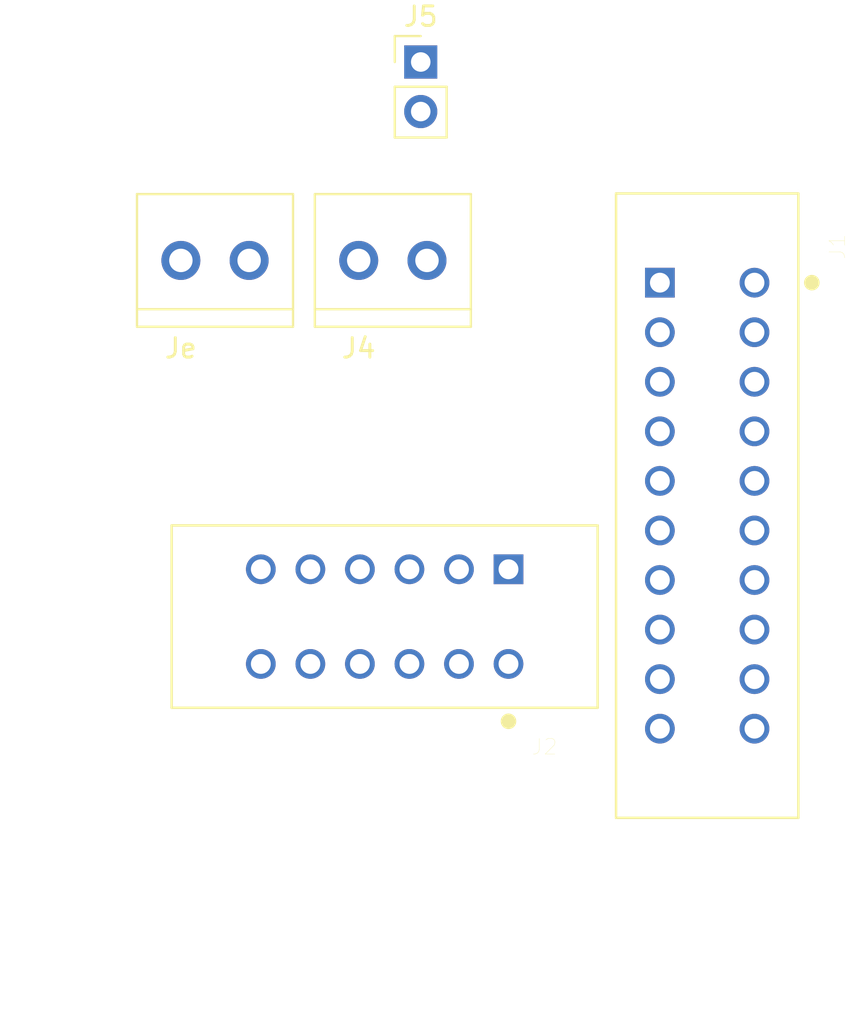
<source format=kicad_pcb>
(kicad_pcb (version 20171130) (host pcbnew "(5.1.6-0-10_14)")

  (general
    (thickness 1.6)
    (drawings 3)
    (tracks 0)
    (zones 0)
    (modules 5)
    (nets 33)
  )

  (page A4)
  (layers
    (0 F.Cu signal)
    (31 B.Cu signal)
    (32 B.Adhes user)
    (33 F.Adhes user)
    (34 B.Paste user)
    (35 F.Paste user)
    (36 B.SilkS user)
    (37 F.SilkS user)
    (38 B.Mask user)
    (39 F.Mask user)
    (40 Dwgs.User user)
    (41 Cmts.User user)
    (42 Eco1.User user)
    (43 Eco2.User user)
    (44 Edge.Cuts user)
    (45 Margin user)
    (46 B.CrtYd user)
    (47 F.CrtYd user)
    (48 B.Fab user)
    (49 F.Fab user)
  )

  (setup
    (last_trace_width 0.25)
    (trace_clearance 0.2)
    (zone_clearance 0.508)
    (zone_45_only no)
    (trace_min 0.2)
    (via_size 0.8)
    (via_drill 0.4)
    (via_min_size 0.4)
    (via_min_drill 0.3)
    (uvia_size 0.3)
    (uvia_drill 0.1)
    (uvias_allowed no)
    (uvia_min_size 0.2)
    (uvia_min_drill 0.1)
    (edge_width 0.1)
    (segment_width 0.2)
    (pcb_text_width 0.3)
    (pcb_text_size 1.5 1.5)
    (mod_edge_width 0.15)
    (mod_text_size 1 1)
    (mod_text_width 0.15)
    (pad_size 1.524 1.524)
    (pad_drill 0.762)
    (pad_to_mask_clearance 0)
    (aux_axis_origin 0 0)
    (visible_elements FFFFFF7F)
    (pcbplotparams
      (layerselection 0x010fc_ffffffff)
      (usegerberextensions false)
      (usegerberattributes true)
      (usegerberadvancedattributes true)
      (creategerberjobfile true)
      (excludeedgelayer true)
      (linewidth 0.100000)
      (plotframeref false)
      (viasonmask false)
      (mode 1)
      (useauxorigin false)
      (hpglpennumber 1)
      (hpglpenspeed 20)
      (hpglpendiameter 15.000000)
      (psnegative false)
      (psa4output false)
      (plotreference true)
      (plotvalue true)
      (plotinvisibletext false)
      (padsonsilk false)
      (subtractmaskfromsilk false)
      (outputformat 1)
      (mirror false)
      (drillshape 1)
      (scaleselection 1)
      (outputdirectory ""))
  )

  (net 0 "")
  (net 1 GND)
  (net 2 PD_OUT16)
  (net 3 PD_OUT15)
  (net 4 PD_OUT14)
  (net 5 PD_OUT13)
  (net 6 PD_OUT12)
  (net 7 PD_OUT11)
  (net 8 PD_OUT10)
  (net 9 PD_OUT9)
  (net 10 PD_OUT8)
  (net 11 PD_OUT7)
  (net 12 PD_OUT6)
  (net 13 PD_OUT5)
  (net 14 PD_OUT4)
  (net 15 PD_OUT3)
  (net 16 PD_OUT2)
  (net 17 PD_OUT1)
  (net 18 LED_OUT8)
  (net 19 LED_OUT7)
  (net 20 LED_OUT6)
  (net 21 LED_OUT5)
  (net 22 LED_OUT4)
  (net 23 LED_OUT3)
  (net 24 LED_OUT2)
  (net 25 LED_OUT1)
  (net 26 LED_VCC)
  (net 27 HEATER1_A)
  (net 28 HEATER1_B)
  (net 29 HEATER2_B)
  (net 30 HEATER2_A)
  (net 31 WELL_THERM_B)
  (net 32 WELL_THERM_A)

  (net_class Default "This is the default net class."
    (clearance 0.2)
    (trace_width 0.25)
    (via_dia 0.8)
    (via_drill 0.4)
    (uvia_dia 0.3)
    (uvia_drill 0.1)
    (add_net GND)
    (add_net HEATER1_A)
    (add_net HEATER1_B)
    (add_net HEATER2_A)
    (add_net HEATER2_B)
    (add_net LED_OUT1)
    (add_net LED_OUT2)
    (add_net LED_OUT3)
    (add_net LED_OUT4)
    (add_net LED_OUT5)
    (add_net LED_OUT6)
    (add_net LED_OUT7)
    (add_net LED_OUT8)
    (add_net LED_VCC)
    (add_net PD_OUT1)
    (add_net PD_OUT10)
    (add_net PD_OUT11)
    (add_net PD_OUT12)
    (add_net PD_OUT13)
    (add_net PD_OUT14)
    (add_net PD_OUT15)
    (add_net PD_OUT16)
    (add_net PD_OUT2)
    (add_net PD_OUT3)
    (add_net PD_OUT4)
    (add_net PD_OUT5)
    (add_net PD_OUT6)
    (add_net PD_OUT7)
    (add_net PD_OUT8)
    (add_net PD_OUT9)
    (add_net WELL_THERM_A)
    (add_net WELL_THERM_B)
  )

  (module Ninja-qPCR:TE_5-5530843-0 (layer F.Cu) (tedit 5EFD611A) (tstamp 5F056C23)
    (at 187.763 65.31 270)
    (path /5F0560A4)
    (fp_text reference J1 (at -1.84596 -9.09991 90) (layer F.SilkS)
      (effects (font (size 0.80085 0.80085) (thickness 0.015)))
    )
    (fp_text value 5-5530843-0 (at 2.98765 3.559575 90) (layer F.Fab)
      (effects (font (size 0.80152 0.80152) (thickness 0.015)))
    )
    (fp_circle (center 0 -7.7914) (end 0.2 -7.7914) (layer F.SilkS) (width 0.4))
    (fp_line (start -4.572 2.2479) (end -4.572 -7.0993) (layer F.SilkS) (width 0.127))
    (fp_line (start 27.432 2.2479) (end -4.572 2.2479) (layer F.SilkS) (width 0.127))
    (fp_line (start 27.432 -7.0993) (end 27.432 2.2479) (layer F.SilkS) (width 0.127))
    (fp_line (start -4.572 -7.0993) (end 27.432 -7.0993) (layer F.SilkS) (width 0.127))
    (fp_line (start -4.822 2.4979) (end -4.822 -7.3493) (layer F.CrtYd) (width 0.05))
    (fp_line (start 27.682 2.4979) (end -4.822 2.4979) (layer F.CrtYd) (width 0.05))
    (fp_line (start 27.682 -7.3493) (end 27.682 2.4979) (layer F.CrtYd) (width 0.05))
    (fp_line (start -4.822 -7.3493) (end 27.682 -7.3493) (layer F.CrtYd) (width 0.05))
    (fp_line (start -4.572 2.2479) (end -4.572 -7.0993) (layer F.Fab) (width 0.127))
    (fp_line (start 27.432 2.2479) (end -4.572 2.2479) (layer F.Fab) (width 0.127))
    (fp_line (start 27.432 -7.0993) (end 27.432 2.2479) (layer F.Fab) (width 0.127))
    (fp_line (start -4.572 -7.0993) (end 27.432 -7.0993) (layer F.Fab) (width 0.127))
    (pad 20 thru_hole circle (at 22.86 -4.8514 270) (size 1.524 1.524) (drill 1.016) (layers *.Cu *.Mask)
      (net 1 GND))
    (pad 19 thru_hole circle (at 22.86 0 270) (size 1.524 1.524) (drill 1.016) (layers *.Cu *.Mask)
      (net 1 GND))
    (pad 18 thru_hole circle (at 20.32 -4.8514 270) (size 1.524 1.524) (drill 1.016) (layers *.Cu *.Mask)
      (net 2 PD_OUT16))
    (pad 17 thru_hole circle (at 20.32 0 270) (size 1.524 1.524) (drill 1.016) (layers *.Cu *.Mask)
      (net 3 PD_OUT15))
    (pad 16 thru_hole circle (at 17.78 -4.8514 270) (size 1.524 1.524) (drill 1.016) (layers *.Cu *.Mask)
      (net 4 PD_OUT14))
    (pad 15 thru_hole circle (at 17.78 0 270) (size 1.524 1.524) (drill 1.016) (layers *.Cu *.Mask)
      (net 5 PD_OUT13))
    (pad 14 thru_hole circle (at 15.24 -4.8514 270) (size 1.524 1.524) (drill 1.016) (layers *.Cu *.Mask)
      (net 6 PD_OUT12))
    (pad 13 thru_hole circle (at 15.24 0 270) (size 1.524 1.524) (drill 1.016) (layers *.Cu *.Mask)
      (net 7 PD_OUT11))
    (pad 12 thru_hole circle (at 12.7 -4.8514 270) (size 1.524 1.524) (drill 1.016) (layers *.Cu *.Mask)
      (net 8 PD_OUT10))
    (pad 11 thru_hole circle (at 12.7 0 270) (size 1.524 1.524) (drill 1.016) (layers *.Cu *.Mask)
      (net 9 PD_OUT9))
    (pad 10 thru_hole circle (at 10.16 -4.8514 270) (size 1.524 1.524) (drill 1.016) (layers *.Cu *.Mask)
      (net 10 PD_OUT8))
    (pad 9 thru_hole circle (at 10.16 0 270) (size 1.524 1.524) (drill 1.016) (layers *.Cu *.Mask)
      (net 11 PD_OUT7))
    (pad 8 thru_hole circle (at 7.62 -4.8514 270) (size 1.524 1.524) (drill 1.016) (layers *.Cu *.Mask)
      (net 12 PD_OUT6))
    (pad 7 thru_hole circle (at 7.62 0 270) (size 1.524 1.524) (drill 1.016) (layers *.Cu *.Mask)
      (net 13 PD_OUT5))
    (pad 6 thru_hole circle (at 5.08 -4.8514 270) (size 1.524 1.524) (drill 1.016) (layers *.Cu *.Mask)
      (net 14 PD_OUT4))
    (pad 5 thru_hole circle (at 5.08 0 270) (size 1.524 1.524) (drill 1.016) (layers *.Cu *.Mask)
      (net 15 PD_OUT3))
    (pad 4 thru_hole circle (at 2.54 -4.8514 270) (size 1.524 1.524) (drill 1.016) (layers *.Cu *.Mask)
      (net 16 PD_OUT2))
    (pad 3 thru_hole circle (at 2.54 0 270) (size 1.524 1.524) (drill 1.016) (layers *.Cu *.Mask)
      (net 17 PD_OUT1))
    (pad 2 thru_hole circle (at 0 -4.8514 270) (size 1.524 1.524) (drill 1.016) (layers *.Cu *.Mask)
      (net 1 GND))
    (pad 1 thru_hole rect (at 0 0 270) (size 1.524 1.524) (drill 1.016) (layers *.Cu *.Mask)
      (net 1 GND))
    (model ":desktop:c-5-5530843-0-f-3d v2.step"
      (at (xyz 0 0 0))
      (scale (xyz 1 1 1))
      (rotate (xyz 0 0 0))
    )
  )

  (module Ninja-qPCR:TE_7-5530843-6 (layer F.Cu) (tedit 5EFFA0EB) (tstamp 5F056C40)
    (at 180 80 180)
    (path /5F056DB9)
    (fp_text reference J2 (at -1.84596 -9.09991) (layer F.SilkS)
      (effects (font (size 0.80085 0.80085) (thickness 0.015)))
    )
    (fp_text value 7-5530843-6 (at 2.98765 3.559575) (layer F.Fab)
      (effects (font (size 0.80152 0.80152) (thickness 0.015)))
    )
    (fp_circle (center 0 -7.7914) (end 0.2 -7.7914) (layer F.SilkS) (width 0.4))
    (fp_line (start -4.572 2.2479) (end -4.572 -7.0993) (layer F.SilkS) (width 0.127))
    (fp_line (start 17.272 2.2479) (end -4.572 2.2479) (layer F.SilkS) (width 0.127))
    (fp_line (start 17.272 -7.0993) (end 17.272 2.2479) (layer F.SilkS) (width 0.127))
    (fp_line (start -4.572 -7.0993) (end 17.272 -7.0993) (layer F.SilkS) (width 0.127))
    (fp_line (start -4.822 2.4979) (end -4.822 -7.3493) (layer F.CrtYd) (width 0.05))
    (fp_line (start 17.522 2.4979) (end -4.822 2.4979) (layer F.CrtYd) (width 0.05))
    (fp_line (start 17.522 -7.3493) (end 17.522 2.4979) (layer F.CrtYd) (width 0.05))
    (fp_line (start -4.822 -7.3493) (end 17.522 -7.3493) (layer F.CrtYd) (width 0.05))
    (fp_line (start -4.572 2.2479) (end -4.572 -7.0993) (layer F.Fab) (width 0.127))
    (fp_line (start 17.272 2.2479) (end -4.572 2.2479) (layer F.Fab) (width 0.127))
    (fp_line (start 17.272 -7.0993) (end 17.272 2.2479) (layer F.Fab) (width 0.127))
    (fp_line (start -4.572 -7.0993) (end 17.272 -7.0993) (layer F.Fab) (width 0.127))
    (pad 12 thru_hole circle (at 12.7 -4.8514 180) (size 1.524 1.524) (drill 1.016) (layers *.Cu *.Mask)
      (net 1 GND))
    (pad 11 thru_hole circle (at 12.7 0 180) (size 1.524 1.524) (drill 1.016) (layers *.Cu *.Mask)
      (net 1 GND))
    (pad 10 thru_hole circle (at 10.16 -4.8514 180) (size 1.524 1.524) (drill 1.016) (layers *.Cu *.Mask)
      (net 18 LED_OUT8))
    (pad 9 thru_hole circle (at 10.16 0 180) (size 1.524 1.524) (drill 1.016) (layers *.Cu *.Mask)
      (net 19 LED_OUT7))
    (pad 8 thru_hole circle (at 7.62 -4.8514 180) (size 1.524 1.524) (drill 1.016) (layers *.Cu *.Mask)
      (net 20 LED_OUT6))
    (pad 7 thru_hole circle (at 7.62 0 180) (size 1.524 1.524) (drill 1.016) (layers *.Cu *.Mask)
      (net 21 LED_OUT5))
    (pad 6 thru_hole circle (at 5.08 -4.8514 180) (size 1.524 1.524) (drill 1.016) (layers *.Cu *.Mask)
      (net 22 LED_OUT4))
    (pad 5 thru_hole circle (at 5.08 0 180) (size 1.524 1.524) (drill 1.016) (layers *.Cu *.Mask)
      (net 23 LED_OUT3))
    (pad 4 thru_hole circle (at 2.54 -4.8514 180) (size 1.524 1.524) (drill 1.016) (layers *.Cu *.Mask)
      (net 24 LED_OUT2))
    (pad 3 thru_hole circle (at 2.54 0 180) (size 1.524 1.524) (drill 1.016) (layers *.Cu *.Mask)
      (net 25 LED_OUT1))
    (pad 2 thru_hole circle (at 0 -4.8514 180) (size 1.524 1.524) (drill 1.016) (layers *.Cu *.Mask)
      (net 1 GND))
    (pad 1 thru_hole rect (at 0 0 180) (size 1.524 1.524) (drill 1.016) (layers *.Cu *.Mask)
      (net 26 LED_VCC))
    (model ":desktop:c-7-5530843-6-f-3d v1.step"
      (at (xyz 0 0 0))
      (scale (xyz 1 1 1))
      (rotate (xyz 0 0 0))
    )
  )

  (module Ninja-qPCR:TB_SeeedOPL_320110028 (layer F.Cu) (tedit 5F05691F) (tstamp 5F056C4B)
    (at 163.200001 64.170001)
    (path /5F05781B)
    (fp_text reference Je (at 0 4.5) (layer F.SilkS)
      (effects (font (size 1 1) (thickness 0.15)))
    )
    (fp_text value Conn_01x02_Male (at 2 6) (layer F.Fab)
      (effects (font (size 1 1) (thickness 0.15)))
    )
    (fp_line (start 5.75 2.5) (end -2.25 2.5) (layer F.SilkS) (width 0.12))
    (fp_line (start -2.25 3.4) (end -2.25 -3.4) (layer F.SilkS) (width 0.12))
    (fp_line (start 5.75 3.4) (end -2.25 3.4) (layer F.SilkS) (width 0.12))
    (fp_line (start 5.75 -3.4) (end 5.75 3.4) (layer F.SilkS) (width 0.12))
    (fp_line (start -2.25 -3.4) (end 5.75 -3.4) (layer F.SilkS) (width 0.12))
    (pad 1 thru_hole circle (at 0 0) (size 2 2) (drill 1.2) (layers *.Cu *.Mask)
      (net 27 HEATER1_A))
    (pad 2 thru_hole circle (at 3.5 0) (size 2 2) (drill 1.2) (layers *.Cu *.Mask)
      (net 28 HEATER1_B))
    (model ":desktop:TerminalBlock_SeeedOPL320110028 v2.step"
      (at (xyz 0 0 0))
      (scale (xyz 1 1 1))
      (rotate (xyz 0 0 0))
    )
  )

  (module Ninja-qPCR:TB_SeeedOPL_320110028 (layer F.Cu) (tedit 5F05691F) (tstamp 5F056C56)
    (at 172.320001 64.170001)
    (path /5F059295)
    (fp_text reference J4 (at 0 4.5) (layer F.SilkS)
      (effects (font (size 1 1) (thickness 0.15)))
    )
    (fp_text value Conn_01x02_Male (at 2 6) (layer F.Fab)
      (effects (font (size 1 1) (thickness 0.15)))
    )
    (fp_line (start -2.25 -3.4) (end 5.75 -3.4) (layer F.SilkS) (width 0.12))
    (fp_line (start 5.75 -3.4) (end 5.75 3.4) (layer F.SilkS) (width 0.12))
    (fp_line (start 5.75 3.4) (end -2.25 3.4) (layer F.SilkS) (width 0.12))
    (fp_line (start -2.25 3.4) (end -2.25 -3.4) (layer F.SilkS) (width 0.12))
    (fp_line (start 5.75 2.5) (end -2.25 2.5) (layer F.SilkS) (width 0.12))
    (pad 2 thru_hole circle (at 3.5 0) (size 2 2) (drill 1.2) (layers *.Cu *.Mask)
      (net 29 HEATER2_B))
    (pad 1 thru_hole circle (at 0 0) (size 2 2) (drill 1.2) (layers *.Cu *.Mask)
      (net 30 HEATER2_A))
    (model ":desktop:TerminalBlock_SeeedOPL320110028 v2.step"
      (at (xyz 0 0 0))
      (scale (xyz 1 1 1))
      (rotate (xyz 0 0 0))
    )
  )

  (module Pin_Headers:Pin_Header_Straight_1x02_Pitch2.54mm (layer F.Cu) (tedit 59650532) (tstamp 5F056C6C)
    (at 175.5 54)
    (descr "Through hole straight pin header, 1x02, 2.54mm pitch, single row")
    (tags "Through hole pin header THT 1x02 2.54mm single row")
    (path /5F057E95)
    (fp_text reference J5 (at 0 -2.33) (layer F.SilkS)
      (effects (font (size 1 1) (thickness 0.15)))
    )
    (fp_text value Conn_01x02_Male (at 0 4.87) (layer F.Fab)
      (effects (font (size 1 1) (thickness 0.15)))
    )
    (fp_text user %R (at 0 1.27 90) (layer F.Fab)
      (effects (font (size 1 1) (thickness 0.15)))
    )
    (fp_line (start -0.635 -1.27) (end 1.27 -1.27) (layer F.Fab) (width 0.1))
    (fp_line (start 1.27 -1.27) (end 1.27 3.81) (layer F.Fab) (width 0.1))
    (fp_line (start 1.27 3.81) (end -1.27 3.81) (layer F.Fab) (width 0.1))
    (fp_line (start -1.27 3.81) (end -1.27 -0.635) (layer F.Fab) (width 0.1))
    (fp_line (start -1.27 -0.635) (end -0.635 -1.27) (layer F.Fab) (width 0.1))
    (fp_line (start -1.33 3.87) (end 1.33 3.87) (layer F.SilkS) (width 0.12))
    (fp_line (start -1.33 1.27) (end -1.33 3.87) (layer F.SilkS) (width 0.12))
    (fp_line (start 1.33 1.27) (end 1.33 3.87) (layer F.SilkS) (width 0.12))
    (fp_line (start -1.33 1.27) (end 1.33 1.27) (layer F.SilkS) (width 0.12))
    (fp_line (start -1.33 0) (end -1.33 -1.33) (layer F.SilkS) (width 0.12))
    (fp_line (start -1.33 -1.33) (end 0 -1.33) (layer F.SilkS) (width 0.12))
    (fp_line (start -1.8 -1.8) (end -1.8 4.35) (layer F.CrtYd) (width 0.05))
    (fp_line (start -1.8 4.35) (end 1.8 4.35) (layer F.CrtYd) (width 0.05))
    (fp_line (start 1.8 4.35) (end 1.8 -1.8) (layer F.CrtYd) (width 0.05))
    (fp_line (start 1.8 -1.8) (end -1.8 -1.8) (layer F.CrtYd) (width 0.05))
    (pad 2 thru_hole oval (at 0 2.54) (size 1.7 1.7) (drill 1) (layers *.Cu *.Mask)
      (net 31 WELL_THERM_B))
    (pad 1 thru_hole rect (at 0 0) (size 1.7 1.7) (drill 1) (layers *.Cu *.Mask)
      (net 32 WELL_THERM_A))
    (model ${KISYS3DMOD}/Pin_Headers.3dshapes/Pin_Header_Straight_1x02_Pitch2.54mm.wrl
      (at (xyz 0 0 0))
      (scale (xyz 1 1 1))
      (rotate (xyz 0 0 0))
    )
    (model :kicad-packages3D:Connector_PinHeader_2.54mm.3dshapes/PinHeader_1x02_P2.54mm_Vertical.step
      (at (xyz 0 0 0))
      (scale (xyz 1 1 1))
      (rotate (xyz 0 0 0))
    )
  )

  (gr_line (start 154 58.226) (end 197.389 58.226) (layer Dwgs.User) (width 0.15) (tstamp 5F0576DD))
  (gr_line (start 154 103.226) (end 197.389 103.226) (layer Dwgs.User) (width 0.15) (tstamp 5F0576DA))
  (gr_line (start 197.389 58.226) (end 197.389 103.226) (layer Dwgs.User) (width 0.15))

)

</source>
